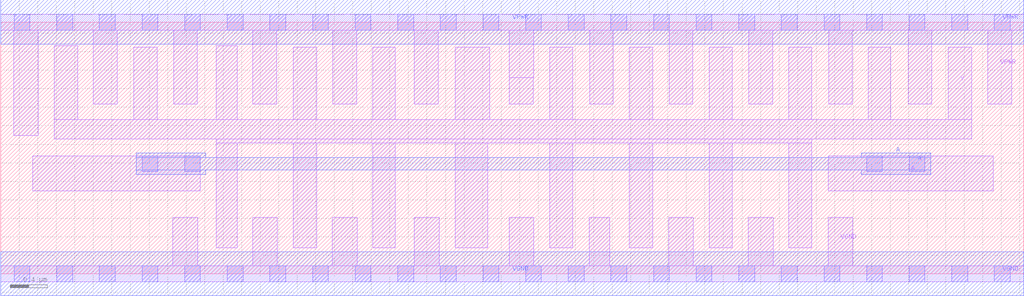
<source format=lef>
# Copyright 2020 The SkyWater PDK Authors
#
# Licensed under the Apache License, Version 2.0 (the "License");
# you may not use this file except in compliance with the License.
# You may obtain a copy of the License at
#
#     https://www.apache.org/licenses/LICENSE-2.0
#
# Unless required by applicable law or agreed to in writing, software
# distributed under the License is distributed on an "AS IS" BASIS,
# WITHOUT WARRANTIES OR CONDITIONS OF ANY KIND, either express or implied.
# See the License for the specific language governing permissions and
# limitations under the License.
#
# SPDX-License-Identifier: Apache-2.0

VERSION 5.7 ;
  NAMESCASESENSITIVE ON ;
  NOWIREEXTENSIONATPIN ON ;
  DIVIDERCHAR "/" ;
  BUSBITCHARS "[]" ;
UNITS
  DATABASE MICRONS 200 ;
END UNITS
MACRO sky130_fd_sc_hd__clkinv_16
  CLASS CORE ;
  SOURCE USER ;
  FOREIGN sky130_fd_sc_hd__clkinv_16 ;
  ORIGIN  0.000000  0.000000 ;
  SIZE  11.04000 BY  2.720000 ;
  SYMMETRY X Y R90 ;
  SITE unithd ;
  PIN A
    ANTENNAGATEAREA  4.608000 ;
    DIRECTION INPUT ;
    USE SIGNAL ;
    PORT
      LAYER li1 ;
        RECT 0.345000 0.895000  2.155000 1.275000 ;
        RECT 8.930000 0.895000 10.710000 1.275000 ;
      LAYER mcon ;
        RECT 1.525000 1.105000 1.695000 1.275000 ;
        RECT 1.985000 1.105000 2.155000 1.275000 ;
        RECT 9.345000 1.105000 9.515000 1.275000 ;
        RECT 9.805000 1.105000 9.975000 1.275000 ;
      LAYER met1 ;
        RECT 1.465000 1.075000  2.215000 1.120000 ;
        RECT 1.465000 1.120000 10.035000 1.260000 ;
        RECT 1.465000 1.260000  2.215000 1.305000 ;
        RECT 9.285000 1.075000 10.035000 1.120000 ;
        RECT 9.285000 1.260000 10.035000 1.305000 ;
    END
  END A
  PIN Y
    ANTENNADIFFAREA  4.520900 ;
    DIRECTION OUTPUT ;
    USE SIGNAL ;
    PORT
      LAYER li1 ;
        RECT  0.575000 1.455000 10.480000 1.665000 ;
        RECT  0.575000 1.665000  0.830000 2.465000 ;
        RECT  1.435000 1.665000  1.690000 2.450000 ;
        RECT  2.325000 0.280000  2.550000 1.415000 ;
        RECT  2.325000 1.415000  8.755000 1.455000 ;
        RECT  2.325000 1.665000  2.550000 2.465000 ;
        RECT  3.155000 0.280000  3.410000 1.415000 ;
        RECT  3.155000 1.665000  3.410000 2.450000 ;
        RECT  4.015000 0.280000  4.255000 1.415000 ;
        RECT  4.015000 1.665000  4.255000 2.450000 ;
        RECT  4.905000 0.280000  5.255000 1.415000 ;
        RECT  4.905000 1.665000  5.280000 2.450000 ;
        RECT  5.925000 0.280000  6.175000 1.415000 ;
        RECT  5.925000 1.665000  6.175000 2.450000 ;
        RECT  6.785000 0.280000  7.035000 1.415000 ;
        RECT  6.785000 1.665000  7.035000 2.450000 ;
        RECT  7.645000 0.280000  7.895000 1.415000 ;
        RECT  7.645000 1.665000  7.895000 2.450000 ;
        RECT  8.505000 0.280000  8.755000 1.415000 ;
        RECT  8.505000 1.665000  8.755000 2.450000 ;
        RECT  9.365000 1.665000  9.605000 2.450000 ;
        RECT 10.225000 1.665000 10.480000 2.450000 ;
    END
  END Y
  PIN VGND
    DIRECTION INOUT ;
    SHAPE ABUTMENT ;
    USE GROUND ;
    PORT
      LAYER li1 ;
        RECT 0.000000 -0.085000 11.040000 0.085000 ;
        RECT 1.855000  0.085000  2.125000 0.610000 ;
        RECT 2.720000  0.085000  2.985000 0.610000 ;
        RECT 3.580000  0.085000  3.845000 0.610000 ;
        RECT 4.465000  0.085000  4.730000 0.610000 ;
        RECT 5.490000  0.085000  5.755000 0.610000 ;
        RECT 6.350000  0.085000  6.575000 0.610000 ;
        RECT 7.210000  0.085000  7.475000 0.610000 ;
        RECT 8.070000  0.085000  8.335000 0.610000 ;
        RECT 8.930000  0.085000  9.195000 0.610000 ;
      LAYER mcon ;
        RECT  0.145000 -0.085000  0.315000 0.085000 ;
        RECT  0.605000 -0.085000  0.775000 0.085000 ;
        RECT  1.065000 -0.085000  1.235000 0.085000 ;
        RECT  1.525000 -0.085000  1.695000 0.085000 ;
        RECT  1.985000 -0.085000  2.155000 0.085000 ;
        RECT  2.445000 -0.085000  2.615000 0.085000 ;
        RECT  2.905000 -0.085000  3.075000 0.085000 ;
        RECT  3.365000 -0.085000  3.535000 0.085000 ;
        RECT  3.825000 -0.085000  3.995000 0.085000 ;
        RECT  4.285000 -0.085000  4.455000 0.085000 ;
        RECT  4.745000 -0.085000  4.915000 0.085000 ;
        RECT  5.205000 -0.085000  5.375000 0.085000 ;
        RECT  5.665000 -0.085000  5.835000 0.085000 ;
        RECT  6.125000 -0.085000  6.295000 0.085000 ;
        RECT  6.585000 -0.085000  6.755000 0.085000 ;
        RECT  7.045000 -0.085000  7.215000 0.085000 ;
        RECT  7.505000 -0.085000  7.675000 0.085000 ;
        RECT  7.965000 -0.085000  8.135000 0.085000 ;
        RECT  8.425000 -0.085000  8.595000 0.085000 ;
        RECT  8.885000 -0.085000  9.055000 0.085000 ;
        RECT  9.345000 -0.085000  9.515000 0.085000 ;
        RECT  9.805000 -0.085000  9.975000 0.085000 ;
        RECT 10.265000 -0.085000 10.435000 0.085000 ;
        RECT 10.725000 -0.085000 10.895000 0.085000 ;
      LAYER met1 ;
        RECT 0.000000 -0.240000 11.040000 0.240000 ;
    END
  END VGND
  PIN VPWR
    DIRECTION INOUT ;
    SHAPE ABUTMENT ;
    USE POWER ;
    PORT
      LAYER li1 ;
        RECT  0.000000 2.635000 11.040000 2.805000 ;
        RECT  0.140000 1.495000  0.405000 2.635000 ;
        RECT  1.000000 1.835000  1.260000 2.635000 ;
        RECT  1.865000 1.835000  2.120000 2.635000 ;
        RECT  2.720000 1.835000  2.980000 2.635000 ;
        RECT  3.585000 1.835000  3.840000 2.635000 ;
        RECT  4.465000 1.835000  4.720000 2.635000 ;
        RECT  5.490000 1.835000  5.745000 2.120000 ;
        RECT  5.490000 2.120000  5.750000 2.635000 ;
        RECT  6.355000 1.835000  6.610000 2.635000 ;
        RECT  7.215000 1.835000  7.470000 2.635000 ;
        RECT  8.075000 1.835000  8.330000 2.635000 ;
        RECT  8.935000 1.835000  9.190000 2.635000 ;
        RECT  9.795000 1.835000 10.050000 2.635000 ;
        RECT 10.650000 1.835000 10.910000 2.635000 ;
      LAYER mcon ;
        RECT  0.145000 2.635000  0.315000 2.805000 ;
        RECT  0.605000 2.635000  0.775000 2.805000 ;
        RECT  1.065000 2.635000  1.235000 2.805000 ;
        RECT  1.525000 2.635000  1.695000 2.805000 ;
        RECT  1.985000 2.635000  2.155000 2.805000 ;
        RECT  2.445000 2.635000  2.615000 2.805000 ;
        RECT  2.905000 2.635000  3.075000 2.805000 ;
        RECT  3.365000 2.635000  3.535000 2.805000 ;
        RECT  3.825000 2.635000  3.995000 2.805000 ;
        RECT  4.285000 2.635000  4.455000 2.805000 ;
        RECT  4.745000 2.635000  4.915000 2.805000 ;
        RECT  5.205000 2.635000  5.375000 2.805000 ;
        RECT  5.665000 2.635000  5.835000 2.805000 ;
        RECT  6.125000 2.635000  6.295000 2.805000 ;
        RECT  6.585000 2.635000  6.755000 2.805000 ;
        RECT  7.045000 2.635000  7.215000 2.805000 ;
        RECT  7.505000 2.635000  7.675000 2.805000 ;
        RECT  7.965000 2.635000  8.135000 2.805000 ;
        RECT  8.425000 2.635000  8.595000 2.805000 ;
        RECT  8.885000 2.635000  9.055000 2.805000 ;
        RECT  9.345000 2.635000  9.515000 2.805000 ;
        RECT  9.805000 2.635000  9.975000 2.805000 ;
        RECT 10.265000 2.635000 10.435000 2.805000 ;
        RECT 10.725000 2.635000 10.895000 2.805000 ;
      LAYER met1 ;
        RECT 0.000000 2.480000 11.040000 2.960000 ;
    END
  END VPWR
END sky130_fd_sc_hd__clkinv_16
END LIBRARY

</source>
